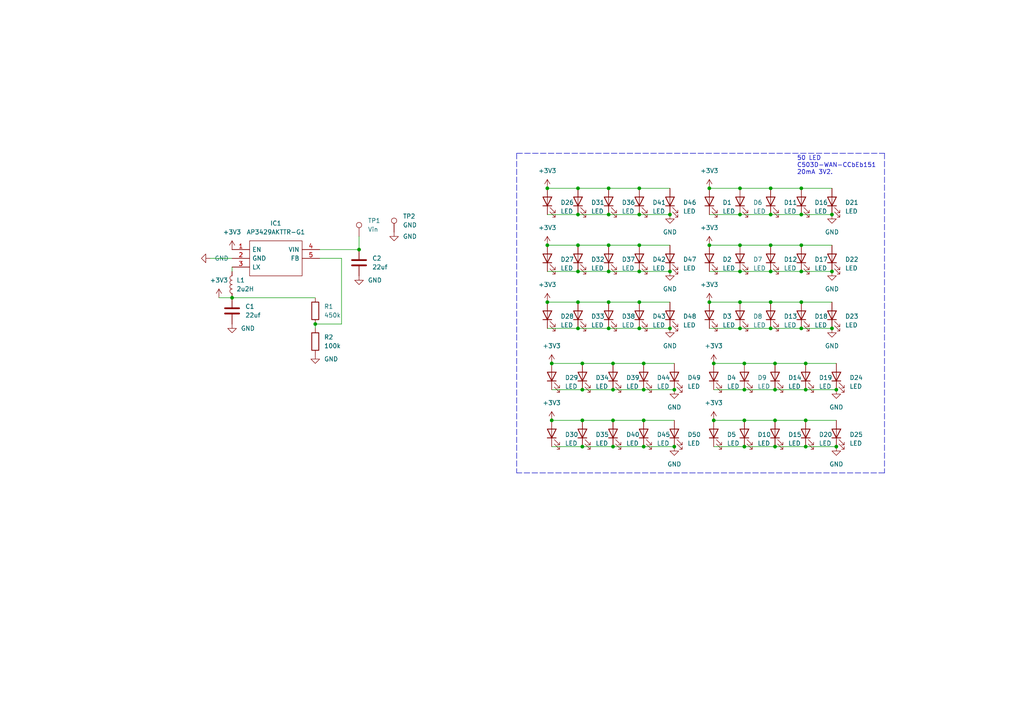
<source format=kicad_sch>
(kicad_sch (version 20211123) (generator eeschema)
  (paper "A4")
  (lib_symbols
    (symbol "Connector:TestPoint" (pin_numbers hide) (pin_names (offset 0.762) hide)
      (property "Reference" "TP" (at 0 6.858 0))
      (property "Value" "TestPoint" (at 0 5.08 0))
      (symbol "TestPoint_0_1"
        (circle (center 0 3.302) (radius 0.762))
      )
      (symbol "TestPoint_1_1"
        (pin passive line (at 0 0 90) (length 2.54) (name "1") (number "1"))
      )
    )
    (symbol "Device:C" (pin_numbers hide) (pin_names (offset 0.254))
      (property "Reference" "C" (at 0.635 2.54 0))
      (property "Value" "C" (at 0.635 -2.54 0))
      (symbol "C_0_1"
        (polyline (pts (xy -2.032 -0.762) (xy 2.032 -0.762)) (stroke (width 0.508)))
        (polyline (pts (xy -2.032 0.762) (xy 2.032 0.762)) (stroke (width 0.508)))
      )
      (symbol "C_1_1"
        (pin passive line (at 0 3.81 270) (length 2.794) (name "~") (number "1"))
        (pin passive line (at 0 -3.81 90) (length 2.794) (name "~") (number "2"))
      )
    )
    (symbol "Device:L" (pin_numbers hide) (pin_names (offset 1.016) hide)
      (property "Reference" "L" (at -1.27 0 90))
      (property "Value" "L" (at 1.905 0 90))
      (symbol "L_0_1"
        (arc (start 0 -2.54) (mid 0.635 -1.905) (end 0 -1.27))
        (arc (start 0 -1.27) (mid 0.635 -0.635) (end 0 0))
        (arc (start 0 0) (mid 0.635 0.635) (end 0 1.27))
        (arc (start 0 1.27) (mid 0.635 1.905) (end 0 2.54))
      )
      (symbol "L_1_1"
        (pin passive line (at 0 3.81 270) (length 1.27) (name "1") (number "1"))
        (pin passive line (at 0 -3.81 90) (length 1.27) (name "2") (number "2"))
      )
    )
    (symbol "Device:LED" (pin_numbers hide) (pin_names (offset 1.016) hide)
      (property "Reference" "D" (at 0 2.54 0))
      (property "Value" "LED" (at 0 -2.54 0))
      (symbol "LED_0_1"
        (polyline (pts (xy -1.27 -1.27) (xy -1.27 1.27)) (stroke (width 0.254)))
        (polyline (pts (xy -1.27 0) (xy 1.27 0)))
        (polyline (pts (xy 1.27 -1.27) (xy 1.27 1.27) (xy -1.27 0) (xy 1.27 -1.27)) (stroke (width 0.254)))
        (polyline (pts (xy -3.048 -0.762) (xy -4.572 -2.286) (xy -3.81 -2.286) (xy -4.572 -2.286) (xy -4.572 -1.524)))
        (polyline (pts (xy -1.778 -0.762) (xy -3.302 -2.286) (xy -2.54 -2.286) (xy -3.302 -2.286) (xy -3.302 -1.524)))
      )
      (symbol "LED_1_1"
        (pin passive line (at -3.81 0 0) (length 2.54) (name "K") (number "1"))
        (pin passive line (at 3.81 0 180) (length 2.54) (name "A") (number "2"))
      )
    )
    (symbol "Device:R" (pin_numbers hide) (pin_names (offset 0))
      (property "Reference" "R" (at 2.032 0 90))
      (property "Value" "R" (at 0 0 90))
      (symbol "R_0_1"
        (rectangle (start -1.016 -2.54) (end 1.016 2.54) (stroke (width 0.254)))
      )
      (symbol "R_1_1"
        (pin passive line (at 0 3.81 270) (length 1.27) (name "~") (number "1"))
        (pin passive line (at 0 -3.81 90) (length 1.27) (name "~") (number "2"))
      )
    )
    (symbol "power:+3.3V" (power) (pin_names (offset 0))
      (property "Value" "+3.3V" (at 0 3.556 0))
      (symbol "+3.3V_0_1"
        (polyline (pts (xy -0.762 1.27) (xy 0 2.54)))
        (polyline (pts (xy 0 0) (xy 0 2.54)))
        (polyline (pts (xy 0 2.54) (xy 0.762 1.27)))
      )
      (symbol "+3.3V_1_1"
        (pin power_in line (at 0 0 90) (length 0) hide (name "+3V3") (number "1"))
      )
    )
    (symbol "power:GND" (power) (pin_names (offset 0))
      (property "Value" "GND" (at 0 -3.81 0))
      (symbol "GND_0_1"
        (polyline (pts (xy 0 0) (xy 0 -1.27) (xy 1.27 -1.27) (xy 0 -2.54) (xy -1.27 -1.27) (xy 0 -1.27)))
      )
      (symbol "GND_1_1"
        (pin power_in line (at 0 0 270) (length 0) hide (name "GND") (number "1"))
      )
    )
    (symbol "samacsys:AP3429AKTTR-G1" (pin_names (offset 0.762))
      (property "Reference" "IC" (at 21.59 7.62 0))
      (property "Value" "AP3429AKTTR-G1" (at 21.59 5.08 0))
      (symbol "AP3429AKTTR-G1_0_0"
        (pin passive line (at 0 0 0) (length 5.08) (name "EN") (number "1"))
        (pin passive line (at 0 -2.54 0) (length 5.08) (name "GND") (number "2"))
        (pin passive line (at 0 -5.08 0) (length 5.08) (name "LX") (number "3"))
        (pin passive line (at 25.4 0 180) (length 5.08) (name "VIN") (number "4"))
        (pin passive line (at 25.4 -2.54 180) (length 5.08) (name "FB") (number "5"))
      )
      (symbol "AP3429AKTTR-G1_0_1"
        (polyline (pts (xy 5.08 2.54) (xy 20.32 2.54) (xy 20.32 -7.62) (xy 5.08 -7.62) (xy 5.08 2.54)) (stroke (width 0.1524)))
      )
    )
  )
  (junction (at 224.79 129.54))
  (junction (at 233.68 105.41))
  (junction (at 158.75 71.12))
  (junction (at 223.52 87.63))
  (junction (at 223.52 78.74))
  (junction (at 158.75 54.61))
  (junction (at 232.41 95.25))
  (junction (at 168.91 113.03))
  (junction (at 176.53 62.23))
  (junction (at 186.69 113.03))
  (junction (at 176.53 54.61))
  (junction (at 224.79 105.41))
  (junction (at 215.9 121.92))
  (junction (at 233.68 129.54))
  (junction (at 167.64 62.23))
  (junction (at 194.31 95.25))
  (junction (at 232.41 87.63))
  (junction (at 207.01 121.92))
  (junction (at 185.42 87.63))
  (junction (at 177.8 121.92))
  (junction (at 160.02 105.41))
  (junction (at 176.53 71.12))
  (junction (at 195.58 113.03))
  (junction (at 214.63 71.12))
  (junction (at 185.42 71.12))
  (junction (at 167.64 78.74))
  (junction (at 176.53 78.74))
  (junction (at 207.01 105.41))
  (junction (at 186.69 129.54))
  (junction (at 214.63 95.25))
  (junction (at 214.63 54.61))
  (junction (at 214.63 62.23))
  (junction (at 67.31 86.36))
  (junction (at 177.8 113.03))
  (junction (at 185.42 62.23))
  (junction (at 232.41 54.61))
  (junction (at 215.9 113.03))
  (junction (at 224.79 121.92))
  (junction (at 241.3 95.25))
  (junction (at 186.69 121.92))
  (junction (at 167.64 87.63))
  (junction (at 241.3 62.23))
  (junction (at 168.91 121.92))
  (junction (at 242.57 113.03))
  (junction (at 168.91 105.41))
  (junction (at 185.42 54.61))
  (junction (at 177.8 129.54))
  (junction (at 223.52 71.12))
  (junction (at 223.52 62.23))
  (junction (at 91.44 93.98))
  (junction (at 223.52 95.25))
  (junction (at 167.64 71.12))
  (junction (at 167.64 54.61))
  (junction (at 185.42 78.74))
  (junction (at 177.8 105.41))
  (junction (at 242.57 129.54))
  (junction (at 214.63 87.63))
  (junction (at 158.75 87.63))
  (junction (at 186.69 105.41))
  (junction (at 104.14 72.39))
  (junction (at 232.41 62.23))
  (junction (at 168.91 129.54))
  (junction (at 223.52 54.61))
  (junction (at 205.74 71.12))
  (junction (at 185.42 95.25))
  (junction (at 233.68 121.92))
  (junction (at 214.63 78.74))
  (junction (at 232.41 78.74))
  (junction (at 194.31 78.74))
  (junction (at 195.58 129.54))
  (junction (at 176.53 87.63))
  (junction (at 160.02 121.92))
  (junction (at 224.79 113.03))
  (junction (at 232.41 71.12))
  (junction (at 215.9 129.54))
  (junction (at 194.31 62.23))
  (junction (at 215.9 105.41))
  (junction (at 167.64 95.25))
  (junction (at 233.68 113.03))
  (junction (at 176.53 95.25))
  (junction (at 241.3 78.74))
  (junction (at 205.74 54.61))
  (junction (at 205.74 87.63))
  (wire (pts (xy 233.68 121.92) (xy 242.57 121.92)))
  (wire (pts (xy 214.63 95.25) (xy 223.52 95.25)))
  (wire (pts (xy 167.64 95.25) (xy 176.53 95.25)))
  (wire (pts (xy 205.74 78.74) (xy 214.63 78.74)))
  (wire (pts (xy 160.02 129.54) (xy 168.91 129.54)))
  (polyline (pts (xy 256.54 44.45) (xy 256.54 137.16)))
  (wire (pts (xy 67.31 77.47) (xy 67.31 78.74)))
  (wire (pts (xy 205.74 87.63) (xy 214.63 87.63)))
  (wire (pts (xy 207.01 105.41) (xy 215.9 105.41)))
  (wire (pts (xy 214.63 87.63) (xy 223.52 87.63)))
  (wire (pts (xy 176.53 78.74) (xy 185.42 78.74)))
  (wire (pts (xy 186.69 113.03) (xy 195.58 113.03)))
  (wire (pts (xy 224.79 129.54) (xy 233.68 129.54)))
  (wire (pts (xy 91.44 93.98) (xy 99.06 93.98)))
  (wire (pts (xy 233.68 105.41) (xy 242.57 105.41)))
  (wire (pts (xy 167.64 71.12) (xy 176.53 71.12)))
  (wire (pts (xy 177.8 129.54) (xy 186.69 129.54)))
  (wire (pts (xy 177.8 105.41) (xy 186.69 105.41)))
  (wire (pts (xy 185.42 54.61) (xy 194.31 54.61)))
  (wire (pts (xy 167.64 62.23) (xy 176.53 62.23)))
  (wire (pts (xy 160.02 113.03) (xy 168.91 113.03)))
  (wire (pts (xy 215.9 129.54) (xy 224.79 129.54)))
  (wire (pts (xy 232.41 54.61) (xy 241.3 54.61)))
  (wire (pts (xy 60.96 74.93) (xy 67.31 74.93)))
  (wire (pts (xy 215.9 121.92) (xy 224.79 121.92)))
  (wire (pts (xy 214.63 78.74) (xy 223.52 78.74)))
  (wire (pts (xy 223.52 78.74) (xy 232.41 78.74)))
  (wire (pts (xy 186.69 129.54) (xy 195.58 129.54)))
  (wire (pts (xy 185.42 95.25) (xy 194.31 95.25)))
  (wire (pts (xy 232.41 95.25) (xy 241.3 95.25)))
  (wire (pts (xy 92.71 72.39) (xy 104.14 72.39)))
  (wire (pts (xy 186.69 105.41) (xy 195.58 105.41)))
  (wire (pts (xy 205.74 71.12) (xy 214.63 71.12)))
  (wire (pts (xy 168.91 105.41) (xy 177.8 105.41)))
  (wire (pts (xy 176.53 87.63) (xy 185.42 87.63)))
  (wire (pts (xy 214.63 71.12) (xy 223.52 71.12)))
  (wire (pts (xy 233.68 129.54) (xy 242.57 129.54)))
  (wire (pts (xy 232.41 62.23) (xy 241.3 62.23)))
  (wire (pts (xy 232.41 71.12) (xy 241.3 71.12)))
  (wire (pts (xy 223.52 87.63) (xy 232.41 87.63)))
  (wire (pts (xy 176.53 71.12) (xy 185.42 71.12)))
  (wire (pts (xy 176.53 62.23) (xy 185.42 62.23)))
  (wire (pts (xy 158.75 71.12) (xy 167.64 71.12)))
  (polyline (pts (xy 149.86 44.45) (xy 149.86 137.16)))
  (wire (pts (xy 104.14 68.58) (xy 104.14 72.39)))
  (wire (pts (xy 223.52 95.25) (xy 232.41 95.25)))
  (wire (pts (xy 207.01 113.03) (xy 215.9 113.03)))
  (wire (pts (xy 158.75 78.74) (xy 167.64 78.74)))
  (wire (pts (xy 168.91 113.03) (xy 177.8 113.03)))
  (wire (pts (xy 91.44 93.98) (xy 91.44 95.25)))
  (wire (pts (xy 158.75 62.23) (xy 167.64 62.23)))
  (wire (pts (xy 232.41 87.63) (xy 241.3 87.63)))
  (wire (pts (xy 160.02 105.41) (xy 168.91 105.41)))
  (wire (pts (xy 185.42 87.63) (xy 194.31 87.63)))
  (wire (pts (xy 223.52 54.61) (xy 232.41 54.61)))
  (wire (pts (xy 99.06 93.98) (xy 99.06 74.93)))
  (wire (pts (xy 207.01 121.92) (xy 215.9 121.92)))
  (wire (pts (xy 224.79 105.41) (xy 233.68 105.41)))
  (wire (pts (xy 186.69 121.92) (xy 195.58 121.92)))
  (polyline (pts (xy 149.86 44.45) (xy 256.54 44.45)))
  (wire (pts (xy 205.74 95.25) (xy 214.63 95.25)))
  (wire (pts (xy 158.75 95.25) (xy 167.64 95.25)))
  (wire (pts (xy 177.8 121.92) (xy 186.69 121.92)))
  (wire (pts (xy 176.53 95.25) (xy 185.42 95.25)))
  (wire (pts (xy 232.41 78.74) (xy 241.3 78.74)))
  (wire (pts (xy 205.74 54.61) (xy 214.63 54.61)))
  (wire (pts (xy 185.42 71.12) (xy 194.31 71.12)))
  (wire (pts (xy 167.64 78.74) (xy 176.53 78.74)))
  (wire (pts (xy 177.8 113.03) (xy 186.69 113.03)))
  (wire (pts (xy 215.9 105.41) (xy 224.79 105.41)))
  (wire (pts (xy 185.42 78.74) (xy 194.31 78.74)))
  (polyline (pts (xy 256.54 137.16) (xy 149.86 137.16)))
  (wire (pts (xy 214.63 54.61) (xy 223.52 54.61)))
  (wire (pts (xy 176.53 54.61) (xy 185.42 54.61)))
  (wire (pts (xy 63.5 86.36) (xy 67.31 86.36)))
  (wire (pts (xy 223.52 62.23) (xy 232.41 62.23)))
  (wire (pts (xy 207.01 129.54) (xy 215.9 129.54)))
  (wire (pts (xy 224.79 121.92) (xy 233.68 121.92)))
  (wire (pts (xy 160.02 121.92) (xy 168.91 121.92)))
  (wire (pts (xy 99.06 74.93) (xy 92.71 74.93)))
  (wire (pts (xy 168.91 129.54) (xy 177.8 129.54)))
  (wire (pts (xy 67.31 86.36) (xy 91.44 86.36)))
  (wire (pts (xy 168.91 121.92) (xy 177.8 121.92)))
  (wire (pts (xy 158.75 54.61) (xy 167.64 54.61)))
  (wire (pts (xy 205.74 62.23) (xy 214.63 62.23)))
  (wire (pts (xy 167.64 54.61) (xy 176.53 54.61)))
  (wire (pts (xy 167.64 87.63) (xy 176.53 87.63)))
  (wire (pts (xy 224.79 113.03) (xy 233.68 113.03)))
  (wire (pts (xy 158.75 87.63) (xy 167.64 87.63)))
  (wire (pts (xy 215.9 113.03) (xy 224.79 113.03)))
  (wire (pts (xy 185.42 62.23) (xy 194.31 62.23)))
  (wire (pts (xy 233.68 113.03) (xy 242.57 113.03)))
  (wire (pts (xy 223.52 71.12) (xy 232.41 71.12)))
  (wire (pts (xy 214.63 62.23) (xy 223.52 62.23)))
  (text "50 LED \nC503D-WAN-CCbEb151\n20mA 3V2." (at 231.14 50.8 0) (effects (font (size 1.27 1.27)) (justify left bottom)))
  (symbol (lib_id "Device:LED") (at 185.42 58.42 90) (unit 1)
    (property "Reference" "D41" (at 189.23 58.7374 90) (effects (justify right)))
    (property "Value" "LED" (at 189.23 61.2774 90) (effects (justify right)))
    (property "Footprint" "LED_THT:LED_D5.0mm" (effects hide))
  )
  (symbol (lib_id "power:+3.3V") (at 158.75 71.12 0) (unit 1)
    (property "Reference" "#PWR0118" (effects hide))
    (property "Value" "+3.3V" (at 158.75 66.04 0))
  )
  (symbol (lib_id "power:+3.3V") (at 205.74 71.12 0) (unit 1)
    (property "Reference" "#PWR0102" (effects hide))
    (property "Value" "+3.3V" (at 205.74 66.04 0))
  )
  (symbol (lib_id "Device:LED") (at 168.91 125.73 90) (unit 1)
    (property "Reference" "D35" (at 172.72 126.0474 90) (effects (justify right)))
    (property "Value" "LED" (at 172.72 128.5874 90) (effects (justify right)))
    (property "Footprint" "LED_THT:LED_D5.0mm" (effects hide))
  )
  (symbol (lib_id "power:+3.3V") (at 205.74 54.61 0) (unit 1)
    (property "Reference" "#PWR0101" (effects hide))
    (property "Value" "+3.3V" (at 205.74 49.53 0))
  )
  (symbol (lib_id "Device:LED") (at 158.75 58.42 90) (unit 1)
    (property "Reference" "D26" (at 162.56 58.7374 90) (effects (justify right)))
    (property "Value" "LED" (at 162.56 61.2774 90) (effects (justify right)))
    (property "Footprint" "LED_THT:LED_D5.0mm" (effects hide))
  )
  (symbol (lib_id "Device:LED") (at 177.8 125.73 90) (unit 1)
    (property "Reference" "D40" (at 181.61 126.0474 90) (effects (justify right)))
    (property "Value" "LED" (at 181.61 128.5874 90) (effects (justify right)))
    (property "Footprint" "LED_THT:LED_D5.0mm" (effects hide))
  )
  (symbol (lib_id "Device:LED") (at 176.53 91.44 90) (unit 1)
    (property "Reference" "D38" (at 180.34 91.7574 90) (effects (justify right)))
    (property "Value" "LED" (at 180.34 94.2974 90) (effects (justify right)))
    (property "Footprint" "LED_THT:LED_D5.0mm" (effects hide))
  )
  (symbol (lib_id "Device:LED") (at 194.31 74.93 90) (unit 1)
    (property "Reference" "D47" (at 198.12 75.2474 90) (effects (justify right)))
    (property "Value" "LED" (at 198.12 77.7874 90) (effects (justify right)))
    (property "Footprint" "LED_THT:LED_D5.0mm" (effects hide))
  )
  (symbol (lib_id "Device:LED") (at 168.91 109.22 90) (unit 1)
    (property "Reference" "D34" (at 172.72 109.5374 90) (effects (justify right)))
    (property "Value" "LED" (at 172.72 112.0774 90) (effects (justify right)))
    (property "Footprint" "LED_THT:LED_D5.0mm" (effects hide))
  )
  (symbol (lib_id "Device:LED") (at 214.63 58.42 90) (unit 1)
    (property "Reference" "D6" (at 218.44 58.7374 90) (effects (justify right)))
    (property "Value" "LED" (at 218.44 61.2774 90) (effects (justify right)))
    (property "Footprint" "LED_THT:LED_D5.0mm" (effects hide))
  )
  (symbol (lib_id "Device:LED") (at 215.9 125.73 90) (unit 1)
    (property "Reference" "D10" (at 219.71 126.0474 90) (effects (justify right)))
    (property "Value" "LED" (at 219.71 128.5874 90) (effects (justify right)))
    (property "Footprint" "LED_THT:LED_D5.0mm" (effects hide))
  )
  (symbol (lib_id "Device:LED") (at 205.74 74.93 90) (unit 1)
    (property "Reference" "D2" (at 209.55 75.2474 90) (effects (justify right)))
    (property "Value" "LED" (at 209.55 77.7874 90) (effects (justify right)))
    (property "Footprint" "LED_THT:LED_D5.0mm" (effects hide))
  )
  (symbol (lib_id "Device:LED") (at 167.64 58.42 90) (unit 1)
    (property "Reference" "D31" (at 171.45 58.7374 90) (effects (justify right)))
    (property "Value" "LED" (at 171.45 61.2774 90) (effects (justify right)))
    (property "Footprint" "LED_THT:LED_D5.0mm" (effects hide))
  )
  (symbol (lib_id "Device:LED") (at 223.52 91.44 90) (unit 1)
    (property "Reference" "D13" (at 227.33 91.7574 90) (effects (justify right)))
    (property "Value" "LED" (at 227.33 94.2974 90) (effects (justify right)))
    (property "Footprint" "LED_THT:LED_D5.0mm" (effects hide))
  )
  (symbol (lib_id "Device:LED") (at 176.53 58.42 90) (unit 1)
    (property "Reference" "D36" (at 180.34 58.7374 90) (effects (justify right)))
    (property "Value" "LED" (at 180.34 61.2774 90) (effects (justify right)))
    (property "Footprint" "LED_THT:LED_D5.0mm" (effects hide))
  )
  (symbol (lib_id "Device:LED") (at 232.41 74.93 90) (unit 1)
    (property "Reference" "D17" (at 236.22 75.2474 90) (effects (justify right)))
    (property "Value" "LED" (at 236.22 77.7874 90) (effects (justify right)))
    (property "Footprint" "LED_THT:LED_D5.0mm" (effects hide))
  )
  (symbol (lib_id "power:+3.3V") (at 160.02 105.41 0) (unit 1)
    (property "Reference" "#PWR0116" (effects hide))
    (property "Value" "+3.3V" (at 160.02 100.33 0))
  )
  (symbol (lib_id "power:GND") (at 104.14 80.01 0) (unit 1)
    (property "Reference" "#PWR0121" (effects hide))
    (property "Value" "GND" (at 106.68 81.2799 0) (effects (justify left)))
  )
  (symbol (lib_id "Device:LED") (at 214.63 91.44 90) (unit 1)
    (property "Reference" "D8" (at 218.44 91.7574 90) (effects (justify right)))
    (property "Value" "LED" (at 218.44 94.2974 90) (effects (justify right)))
    (property "Footprint" "LED_THT:LED_D5.0mm" (effects hide))
  )
  (symbol (lib_id "Device:LED") (at 241.3 58.42 90) (unit 1)
    (property "Reference" "D21" (at 245.11 58.7374 90) (effects (justify right)))
    (property "Value" "LED" (at 245.11 61.2774 90) (effects (justify right)))
    (property "Footprint" "LED_THT:LED_D5.0mm" (effects hide))
  )
  (symbol (lib_id "power:+3.3V") (at 205.74 87.63 0) (unit 1)
    (property "Reference" "#PWR0103" (effects hide))
    (property "Value" "+3.3V" (at 205.74 82.55 0))
  )
  (symbol (lib_id "samacsys:AP3429AKTTR-G1") (at 67.31 72.39 0) (unit 1)
    (property "Reference" "IC1" (at 80.01 64.77 0))
    (property "Value" "AP3429AKTTR-G1" (at 80.01 67.31 0))
    (property "Footprint" "samacsys:SOT95P280X100-5N" (effects hide))
    (property "Datasheet" "https://datasheet.lcsc.com/szlcsc/1911070932_Diodes-Incorporated-AP3429AKTTR-G1_C441814.pdf" (effects hide))
    (property "Description" "Switching Voltage Regulators 1.0MHz 2A Step Down No Latch Off" (effects hide))
    (property "Height" "1" (effects hide))
    (property "Mouser Part Number" "621-AP3429AKTTR-G1" (effects hide))
    (property "Mouser Price/Stock" "https://www.mouser.co.uk/ProductDetail/Diodes-Incorporated/AP3429AKTTR-G1?qs=LJyqx%252Bm7g4ddfDh1ri90lA%3D%3D" (effects hide))
    (property "Manufacturer_Name" "Diodes Inc." (effects hide))
    (property "Manufacturer_Part_Number" "AP3429AKTTR-G1" (effects hide))
  )
  (symbol (lib_id "Device:C") (at 67.31 90.17 0) (unit 1)
    (property "Reference" "C1" (at 71.12 88.8999 0) (effects (justify left)))
    (property "Value" "22uf" (at 71.12 91.4399 0) (effects (justify left)))
    (property "Footprint" "Capacitor_SMD:C_1206_3216Metric_Pad1.33x1.80mm_HandSolder" (effects hide))
  )
  (symbol (lib_id "Device:LED") (at 233.68 125.73 90) (unit 1)
    (property "Reference" "D20" (at 237.49 126.0474 90) (effects (justify right)))
    (property "Value" "LED" (at 237.49 128.5874 90) (effects (justify right)))
    (property "Footprint" "LED_THT:LED_D5.0mm" (effects hide))
  )
  (symbol (lib_id "Device:LED") (at 224.79 125.73 90) (unit 1)
    (property "Reference" "D15" (at 228.6 126.0474 90) (effects (justify right)))
    (property "Value" "LED" (at 228.6 128.5874 90) (effects (justify right)))
    (property "Footprint" "LED_THT:LED_D5.0mm" (effects hide))
  )
  (symbol (lib_id "Device:LED") (at 223.52 74.93 90) (unit 1)
    (property "Reference" "D12" (at 227.33 75.2474 90) (effects (justify right)))
    (property "Value" "LED" (at 227.33 77.7874 90) (effects (justify right)))
    (property "Footprint" "LED_THT:LED_D5.0mm" (effects hide))
  )
  (symbol (lib_id "Device:R") (at 91.44 90.17 180) (unit 1)
    (property "Reference" "R1" (at 93.98 88.8999 0) (effects (justify right)))
    (property "Value" "450k" (at 93.98 91.4399 0) (effects (justify right)))
    (property "Footprint" "Resistor_SMD:R_0805_2012Metric" (effects hide))
  )
  (symbol (lib_id "Device:LED") (at 177.8 109.22 90) (unit 1)
    (property "Reference" "D39" (at 181.61 109.5374 90) (effects (justify right)))
    (property "Value" "LED" (at 181.61 112.0774 90) (effects (justify right)))
    (property "Footprint" "LED_THT:LED_D5.0mm" (effects hide))
  )
  (symbol (lib_id "Device:LED") (at 186.69 125.73 90) (unit 1)
    (property "Reference" "D45" (at 190.5 126.0474 90) (effects (justify right)))
    (property "Value" "LED" (at 190.5 128.5874 90) (effects (justify right)))
    (property "Footprint" "LED_THT:LED_D5.0mm" (effects hide))
  )
  (symbol (lib_id "Device:L") (at 67.31 82.55 180) (unit 1)
    (property "Reference" "L1" (at 68.58 81.2799 0) (effects (justify right)))
    (property "Value" "2u2H" (at 68.58 83.8199 0) (effects (justify right)))
    (property "Footprint" "Inductor_SMD:L_Wuerth_MAPI-3020" (effects hide))
    (property "Datasheet" "710-74438333022 Mouser" (effects hide))
  )
  (symbol (lib_id "Device:LED") (at 176.53 74.93 90) (unit 1)
    (property "Reference" "D37" (at 180.34 75.2474 90) (effects (justify right)))
    (property "Value" "LED" (at 180.34 77.7874 90) (effects (justify right)))
    (property "Footprint" "LED_THT:LED_D5.0mm" (effects hide))
  )
  (symbol (lib_id "power:GND") (at 195.58 129.54 0) (unit 1)
    (property "Reference" "#PWR0112" (effects hide))
    (property "Value" "GND" (at 195.58 134.62 0))
  )
  (symbol (lib_id "power:GND") (at 91.44 102.87 0) (unit 1)
    (property "Reference" "#PWR0127" (effects hide))
    (property "Value" "GND" (at 93.98 104.1399 0) (effects (justify left)))
  )
  (symbol (lib_id "Device:LED") (at 185.42 91.44 90) (unit 1)
    (property "Reference" "D43" (at 189.23 91.7574 90) (effects (justify right)))
    (property "Value" "LED" (at 189.23 94.2974 90) (effects (justify right)))
    (property "Footprint" "LED_THT:LED_D5.0mm" (effects hide))
  )
  (symbol (lib_id "power:GND") (at 60.96 74.93 270) (unit 1)
    (property "Reference" "#PWR0123" (effects hide))
    (property "Value" "GND" (at 62.23 74.9299 90) (effects (justify left)))
  )
  (symbol (lib_id "power:GND") (at 242.57 113.03 0) (unit 1)
    (property "Reference" "#PWR0109" (effects hide))
    (property "Value" "GND" (at 242.57 118.11 0))
  )
  (symbol (lib_id "Device:LED") (at 186.69 109.22 90) (unit 1)
    (property "Reference" "D44" (at 190.5 109.5374 90) (effects (justify right)))
    (property "Value" "LED" (at 190.5 112.0774 90) (effects (justify right)))
    (property "Footprint" "LED_THT:LED_D5.0mm" (effects hide))
  )
  (symbol (lib_id "Device:LED") (at 158.75 91.44 90) (unit 1)
    (property "Reference" "D28" (at 162.56 91.7574 90) (effects (justify right)))
    (property "Value" "LED" (at 162.56 94.2974 90) (effects (justify right)))
    (property "Footprint" "LED_THT:LED_D5.0mm" (effects hide))
  )
  (symbol (lib_id "Connector:TestPoint") (at 104.14 68.58 0) (unit 1)
    (property "Reference" "TP1" (at 106.68 64.0079 0) (effects (justify left)))
    (property "Value" "Vin" (at 106.68 66.5479 0) (effects (justify left)))
    (property "Footprint" "TestPoint:TestPoint_THTPad_4.0x4.0mm_Drill2.0mm" (effects hide))
  )
  (symbol (lib_id "Device:LED") (at 167.64 91.44 90) (unit 1)
    (property "Reference" "D33" (at 171.45 91.7574 90) (effects (justify right)))
    (property "Value" "LED" (at 171.45 94.2974 90) (effects (justify right)))
    (property "Footprint" "LED_THT:LED_D5.0mm" (effects hide))
  )
  (symbol (lib_id "power:+3.3V") (at 207.01 105.41 0) (unit 1)
    (property "Reference" "#PWR0106" (effects hide))
    (property "Value" "+3.3V" (at 207.01 100.33 0))
  )
  (symbol (lib_id "Device:R") (at 91.44 99.06 180) (unit 1)
    (property "Reference" "R2" (at 93.98 97.7899 0) (effects (justify right)))
    (property "Value" "100k" (at 93.98 100.3299 0) (effects (justify right)))
    (property "Footprint" "Resistor_SMD:R_0805_2012Metric" (effects hide))
  )
  (symbol (lib_id "Device:LED") (at 224.79 109.22 90) (unit 1)
    (property "Reference" "D14" (at 228.6 109.5374 90) (effects (justify right)))
    (property "Value" "LED" (at 228.6 112.0774 90) (effects (justify right)))
    (property "Footprint" "LED_THT:LED_D5.0mm" (effects hide))
  )
  (symbol (lib_id "power:+3.3V") (at 158.75 87.63 0) (unit 1)
    (property "Reference" "#PWR0113" (effects hide))
    (property "Value" "+3.3V" (at 158.75 82.55 0))
  )
  (symbol (lib_id "Device:LED") (at 242.57 109.22 90) (unit 1)
    (property "Reference" "D24" (at 246.38 109.5374 90) (effects (justify right)))
    (property "Value" "LED" (at 246.38 112.0774 90) (effects (justify right)))
    (property "Footprint" "LED_THT:LED_D5.0mm" (effects hide))
  )
  (symbol (lib_id "power:+3.3V") (at 63.5 86.36 0) (unit 1)
    (property "Reference" "#PWR0124" (effects hide))
    (property "Value" "+3.3V" (at 63.5 81.28 0))
  )
  (symbol (lib_id "power:GND") (at 67.31 93.98 0) (unit 1)
    (property "Reference" "#PWR0125" (effects hide))
    (property "Value" "GND" (at 69.85 95.2499 0) (effects (justify left)))
  )
  (symbol (lib_id "Device:LED") (at 242.57 125.73 90) (unit 1)
    (property "Reference" "D25" (at 246.38 126.0474 90) (effects (justify right)))
    (property "Value" "LED" (at 246.38 128.5874 90) (effects (justify right)))
    (property "Footprint" "LED_THT:LED_D5.0mm" (effects hide))
  )
  (symbol (lib_id "Device:LED") (at 205.74 91.44 90) (unit 1)
    (property "Reference" "D3" (at 209.55 91.7574 90) (effects (justify right)))
    (property "Value" "LED" (at 209.55 94.2974 90) (effects (justify right)))
    (property "Footprint" "LED_THT:LED_D5.0mm" (effects hide))
  )
  (symbol (lib_id "power:GND") (at 242.57 129.54 0) (unit 1)
    (property "Reference" "#PWR0110" (effects hide))
    (property "Value" "GND" (at 242.57 134.62 0))
  )
  (symbol (lib_id "power:GND") (at 241.3 95.25 0) (unit 1)
    (property "Reference" "#PWR0108" (effects hide))
    (property "Value" "GND" (at 241.3 100.33 0))
  )
  (symbol (lib_id "power:GND") (at 194.31 95.25 0) (unit 1)
    (property "Reference" "#PWR0114" (effects hide))
    (property "Value" "GND" (at 194.31 100.33 0))
  )
  (symbol (lib_id "Device:LED") (at 223.52 58.42 90) (unit 1)
    (property "Reference" "D11" (at 227.33 58.7374 90) (effects (justify right)))
    (property "Value" "LED" (at 227.33 61.2774 90) (effects (justify right)))
    (property "Footprint" "LED_THT:LED_D5.0mm" (effects hide))
  )
  (symbol (lib_id "Device:LED") (at 232.41 58.42 90) (unit 1)
    (property "Reference" "D16" (at 236.22 58.7374 90) (effects (justify right)))
    (property "Value" "LED" (at 236.22 61.2774 90) (effects (justify right)))
    (property "Footprint" "LED_THT:LED_D5.0mm" (effects hide))
  )
  (symbol (lib_id "Device:LED") (at 215.9 109.22 90) (unit 1)
    (property "Reference" "D9" (at 219.71 109.5374 90) (effects (justify right)))
    (property "Value" "LED" (at 219.71 112.0774 90) (effects (justify right)))
    (property "Footprint" "LED_THT:LED_D5.0mm" (effects hide))
  )
  (symbol (lib_id "Device:LED") (at 195.58 109.22 90) (unit 1)
    (property "Reference" "D49" (at 199.39 109.5374 90) (effects (justify right)))
    (property "Value" "LED" (at 199.39 112.0774 90) (effects (justify right)))
    (property "Footprint" "LED_THT:LED_D5.0mm" (effects hide))
  )
  (symbol (lib_id "Device:LED") (at 160.02 109.22 90) (unit 1)
    (property "Reference" "D29" (at 163.83 109.5374 90) (effects (justify right)))
    (property "Value" "LED" (at 163.83 112.0774 90) (effects (justify right)))
    (property "Footprint" "LED_THT:LED_D5.0mm" (effects hide))
  )
  (symbol (lib_id "Device:C") (at 104.14 76.2 0) (unit 1)
    (property "Reference" "C2" (at 107.95 74.9299 0) (effects (justify left)))
    (property "Value" "22uf" (at 107.95 77.4699 0) (effects (justify left)))
    (property "Footprint" "Capacitor_SMD:C_1206_3216Metric_Pad1.33x1.80mm_HandSolder" (effects hide))
  )
  (symbol (lib_id "power:GND") (at 241.3 78.74 0) (unit 1)
    (property "Reference" "#PWR0105" (effects hide))
    (property "Value" "GND" (at 241.3 83.82 0))
  )
  (symbol (lib_id "Device:LED") (at 160.02 125.73 90) (unit 1)
    (property "Reference" "D30" (at 163.83 126.0474 90) (effects (justify right)))
    (property "Value" "LED" (at 163.83 128.5874 90) (effects (justify right)))
    (property "Footprint" "LED_THT:LED_D5.0mm" (effects hide))
  )
  (symbol (lib_id "power:+3.3V") (at 207.01 121.92 0) (unit 1)
    (property "Reference" "#PWR0107" (effects hide))
    (property "Value" "+3.3V" (at 207.01 116.84 0))
  )
  (symbol (lib_id "power:GND") (at 241.3 62.23 0) (unit 1)
    (property "Reference" "#PWR0104" (effects hide))
    (property "Value" "GND" (at 241.3 67.31 0))
  )
  (symbol (lib_id "power:GND") (at 114.3 67.31 0) (unit 1)
    (property "Reference" "#PWR0122" (effects hide))
    (property "Value" "GND" (at 116.84 68.5799 0) (effects (justify left)))
  )
  (symbol (lib_id "Device:LED") (at 214.63 74.93 90) (unit 1)
    (property "Reference" "D7" (at 218.44 75.2474 90) (effects (justify right)))
    (property "Value" "LED" (at 218.44 77.7874 90) (effects (justify right)))
    (property "Footprint" "LED_THT:LED_D5.0mm" (effects hide))
  )
  (symbol (lib_id "Device:LED") (at 241.3 74.93 90) (unit 1)
    (property "Reference" "D22" (at 245.11 75.2474 90) (effects (justify right)))
    (property "Value" "LED" (at 245.11 77.7874 90) (effects (justify right)))
    (property "Footprint" "LED_THT:LED_D5.0mm" (effects hide))
  )
  (symbol (lib_id "Device:LED") (at 194.31 58.42 90) (unit 1)
    (property "Reference" "D46" (at 198.12 58.7374 90) (effects (justify right)))
    (property "Value" "LED" (at 198.12 61.2774 90) (effects (justify right)))
    (property "Footprint" "LED_THT:LED_D5.0mm" (effects hide))
  )
  (symbol (lib_id "Device:LED") (at 205.74 58.42 90) (unit 1)
    (property "Reference" "D1" (at 209.55 58.7374 90) (effects (justify right)))
    (property "Value" "LED" (at 209.55 61.2774 90) (effects (justify right)))
    (property "Footprint" "LED_THT:LED_D5.0mm" (effects hide))
  )
  (symbol (lib_id "Device:LED") (at 194.31 91.44 90) (unit 1)
    (property "Reference" "D48" (at 198.12 91.7574 90) (effects (justify right)))
    (property "Value" "LED" (at 198.12 94.2974 90) (effects (justify right)))
    (property "Footprint" "LED_THT:LED_D5.0mm" (effects hide))
  )
  (symbol (lib_id "Connector:TestPoint") (at 114.3 67.31 0) (unit 1)
    (property "Reference" "TP2" (at 116.84 62.7379 0) (effects (justify left)))
    (property "Value" "GND" (at 116.84 65.2779 0) (effects (justify left)))
    (property "Footprint" "TestPoint:TestPoint_THTPad_4.0x4.0mm_Drill2.0mm" (effects hide))
  )
  (symbol (lib_id "Device:LED") (at 185.42 74.93 90) (unit 1)
    (property "Reference" "D42" (at 189.23 75.2474 90) (effects (justify right)))
    (property "Value" "LED" (at 189.23 77.7874 90) (effects (justify right)))
    (property "Footprint" "LED_THT:LED_D5.0mm" (effects hide))
  )
  (symbol (lib_id "Device:LED") (at 158.75 74.93 90) (unit 1)
    (property "Reference" "D27" (at 162.56 75.2474 90) (effects (justify right)))
    (property "Value" "LED" (at 162.56 77.7874 90) (effects (justify right)))
    (property "Footprint" "LED_THT:LED_D5.0mm" (effects hide))
  )
  (symbol (lib_id "power:+3.3V") (at 67.31 72.39 0) (unit 1)
    (property "Reference" "#PWR0126" (effects hide))
    (property "Value" "+3.3V" (at 67.31 67.31 0))
  )
  (symbol (lib_id "power:+3.3V") (at 158.75 54.61 0) (unit 1)
    (property "Reference" "#PWR0111" (effects hide))
    (property "Value" "+3.3V" (at 158.75 49.53 0))
  )
  (symbol (lib_id "Device:LED") (at 241.3 91.44 90) (unit 1)
    (property "Reference" "D23" (at 245.11 91.7574 90) (effects (justify right)))
    (property "Value" "LED" (at 245.11 94.2974 90) (effects (justify right)))
    (property "Footprint" "LED_THT:LED_D5.0mm" (effects hide))
  )
  (symbol (lib_id "power:GND") (at 195.58 113.03 0) (unit 1)
    (property "Reference" "#PWR0115" (effects hide))
    (property "Value" "GND" (at 195.58 118.11 0))
  )
  (symbol (lib_id "Device:LED") (at 207.01 109.22 90) (unit 1)
    (property "Reference" "D4" (at 210.82 109.5374 90) (effects (justify right)))
    (property "Value" "LED" (at 210.82 112.0774 90) (effects (justify right)))
    (property "Footprint" "LED_THT:LED_D5.0mm" (effects hide))
  )
  (symbol (lib_id "Device:LED") (at 233.68 109.22 90) (unit 1)
    (property "Reference" "D19" (at 237.49 109.5374 90) (effects (justify right)))
    (property "Value" "LED" (at 237.49 112.0774 90) (effects (justify right)))
    (property "Footprint" "LED_THT:LED_D5.0mm" (effects hide))
  )
  (symbol (lib_id "Device:LED") (at 207.01 125.73 90) (unit 1)
    (property "Reference" "D5" (at 210.82 126.0474 90) (effects (justify right)))
    (property "Value" "LED" (at 210.82 128.5874 90) (effects (justify right)))
    (property "Footprint" "LED_THT:LED_D5.0mm" (effects hide))
  )
  (symbol (lib_id "power:+3.3V") (at 160.02 121.92 0) (unit 1)
    (property "Reference" "#PWR0117" (effects hide))
    (property "Value" "+3.3V" (at 160.02 116.84 0))
  )
  (symbol (lib_id "Device:LED") (at 167.64 74.93 90) (unit 1)
    (property "Reference" "D32" (at 171.45 75.2474 90) (effects (justify right)))
    (property "Value" "LED" (at 171.45 77.7874 90) (effects (justify right)))
    (property "Footprint" "LED_THT:LED_D5.0mm" (effects hide))
  )
  (symbol (lib_id "power:GND") (at 194.31 62.23 0) (unit 1)
    (property "Reference" "#PWR0120" (effects hide))
    (property "Value" "GND" (at 194.31 67.31 0))
  )
  (symbol (lib_id "Device:LED") (at 232.41 91.44 90) (unit 1)
    (property "Reference" "D18" (at 236.22 91.7574 90) (effects (justify right)))
    (property "Value" "LED" (at 236.22 94.2974 90) (effects (justify right)))
    (property "Footprint" "LED_THT:LED_D5.0mm" (effects hide))
  )
  (symbol (lib_id "Device:LED") (at 195.58 125.73 90) (unit 1)
    (property "Reference" "D50" (at 199.39 126.0474 90) (effects (justify right)))
    (property "Value" "LED" (at 199.39 128.5874 90) (effects (justify right)))
    (property "Footprint" "LED_THT:LED_D5.0mm" (effects hide))
  )
  (symbol (lib_id "power:GND") (at 194.31 78.74 0) (unit 1)
    (property "Reference" "#PWR0119" (effects hide))
    (property "Value" "GND" (at 194.31 83.82 0))
  )
)
</source>
